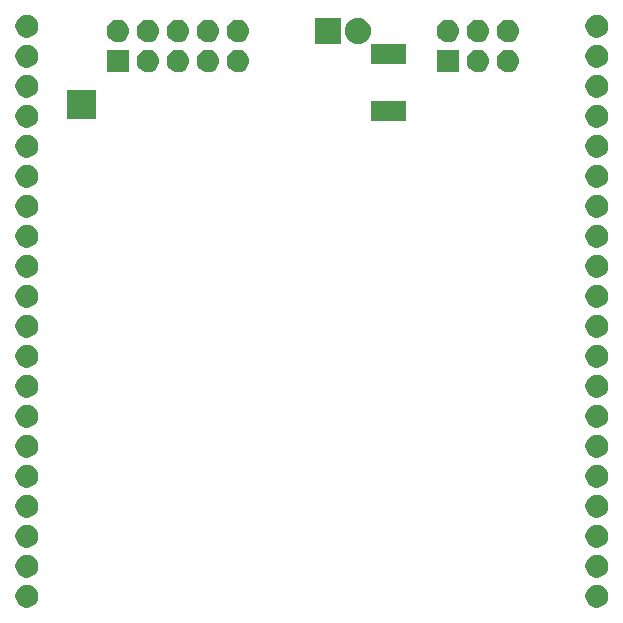
<source format=gbs>
G04 #@! TF.FileFunction,Soldermask,Bot*
%FSLAX46Y46*%
G04 Gerber Fmt 4.6, Leading zero omitted, Abs format (unit mm)*
G04 Created by KiCad (PCBNEW 4.0.2-stable) date Mon 10 Oct 2016 06:55:53 PM CEST*
%MOMM*%
G01*
G04 APERTURE LIST*
%ADD10C,0.100000*%
G04 APERTURE END LIST*
D10*
G36*
X124472311Y-128170640D02*
X124657425Y-128208639D01*
X124831628Y-128281867D01*
X124988294Y-128387539D01*
X125121452Y-128521631D01*
X125226029Y-128679030D01*
X125298037Y-128853737D01*
X125334675Y-129038770D01*
X125334675Y-129038780D01*
X125334741Y-129039114D01*
X125331727Y-129254955D01*
X125331651Y-129255289D01*
X125331651Y-129255301D01*
X125289864Y-129439230D01*
X125213001Y-129611866D01*
X125104069Y-129766285D01*
X124967223Y-129896603D01*
X124807670Y-129997858D01*
X124631485Y-130066197D01*
X124445387Y-130099010D01*
X124256456Y-130095053D01*
X124071886Y-130054473D01*
X123898723Y-129978820D01*
X123743549Y-129870971D01*
X123612276Y-129735033D01*
X123509911Y-129576194D01*
X123440345Y-129400492D01*
X123406231Y-129214619D01*
X123408870Y-129025667D01*
X123448158Y-128840828D01*
X123522604Y-128667135D01*
X123629367Y-128511212D01*
X123764384Y-128378993D01*
X123922507Y-128275520D01*
X124097719Y-128204730D01*
X124283340Y-128169321D01*
X124472311Y-128170640D01*
X124472311Y-128170640D01*
G37*
G36*
X172732311Y-128170640D02*
X172917425Y-128208639D01*
X173091628Y-128281867D01*
X173248294Y-128387539D01*
X173381452Y-128521631D01*
X173486029Y-128679030D01*
X173558037Y-128853737D01*
X173594675Y-129038770D01*
X173594675Y-129038780D01*
X173594741Y-129039114D01*
X173591727Y-129254955D01*
X173591651Y-129255289D01*
X173591651Y-129255301D01*
X173549864Y-129439230D01*
X173473001Y-129611866D01*
X173364069Y-129766285D01*
X173227223Y-129896603D01*
X173067670Y-129997858D01*
X172891485Y-130066197D01*
X172705387Y-130099010D01*
X172516456Y-130095053D01*
X172331886Y-130054473D01*
X172158723Y-129978820D01*
X172003549Y-129870971D01*
X171872276Y-129735033D01*
X171769911Y-129576194D01*
X171700345Y-129400492D01*
X171666231Y-129214619D01*
X171668870Y-129025667D01*
X171708158Y-128840828D01*
X171782604Y-128667135D01*
X171889367Y-128511212D01*
X172024384Y-128378993D01*
X172182507Y-128275520D01*
X172357719Y-128204730D01*
X172543340Y-128169321D01*
X172732311Y-128170640D01*
X172732311Y-128170640D01*
G37*
G36*
X124472311Y-125630640D02*
X124657425Y-125668639D01*
X124831628Y-125741867D01*
X124988294Y-125847539D01*
X125121452Y-125981631D01*
X125226029Y-126139030D01*
X125298037Y-126313737D01*
X125334675Y-126498770D01*
X125334675Y-126498780D01*
X125334741Y-126499114D01*
X125331727Y-126714955D01*
X125331651Y-126715289D01*
X125331651Y-126715301D01*
X125289864Y-126899230D01*
X125213001Y-127071866D01*
X125104069Y-127226285D01*
X124967223Y-127356603D01*
X124807670Y-127457858D01*
X124631485Y-127526197D01*
X124445387Y-127559010D01*
X124256456Y-127555053D01*
X124071886Y-127514473D01*
X123898723Y-127438820D01*
X123743549Y-127330971D01*
X123612276Y-127195033D01*
X123509911Y-127036194D01*
X123440345Y-126860492D01*
X123406231Y-126674619D01*
X123408870Y-126485667D01*
X123448158Y-126300828D01*
X123522604Y-126127135D01*
X123629367Y-125971212D01*
X123764384Y-125838993D01*
X123922507Y-125735520D01*
X124097719Y-125664730D01*
X124283340Y-125629321D01*
X124472311Y-125630640D01*
X124472311Y-125630640D01*
G37*
G36*
X172732311Y-125630640D02*
X172917425Y-125668639D01*
X173091628Y-125741867D01*
X173248294Y-125847539D01*
X173381452Y-125981631D01*
X173486029Y-126139030D01*
X173558037Y-126313737D01*
X173594675Y-126498770D01*
X173594675Y-126498780D01*
X173594741Y-126499114D01*
X173591727Y-126714955D01*
X173591651Y-126715289D01*
X173591651Y-126715301D01*
X173549864Y-126899230D01*
X173473001Y-127071866D01*
X173364069Y-127226285D01*
X173227223Y-127356603D01*
X173067670Y-127457858D01*
X172891485Y-127526197D01*
X172705387Y-127559010D01*
X172516456Y-127555053D01*
X172331886Y-127514473D01*
X172158723Y-127438820D01*
X172003549Y-127330971D01*
X171872276Y-127195033D01*
X171769911Y-127036194D01*
X171700345Y-126860492D01*
X171666231Y-126674619D01*
X171668870Y-126485667D01*
X171708158Y-126300828D01*
X171782604Y-126127135D01*
X171889367Y-125971212D01*
X172024384Y-125838993D01*
X172182507Y-125735520D01*
X172357719Y-125664730D01*
X172543340Y-125629321D01*
X172732311Y-125630640D01*
X172732311Y-125630640D01*
G37*
G36*
X172732311Y-123090640D02*
X172917425Y-123128639D01*
X173091628Y-123201867D01*
X173248294Y-123307539D01*
X173381452Y-123441631D01*
X173486029Y-123599030D01*
X173558037Y-123773737D01*
X173594675Y-123958770D01*
X173594675Y-123958780D01*
X173594741Y-123959114D01*
X173591727Y-124174955D01*
X173591651Y-124175289D01*
X173591651Y-124175301D01*
X173549864Y-124359230D01*
X173473001Y-124531866D01*
X173364069Y-124686285D01*
X173227223Y-124816603D01*
X173067670Y-124917858D01*
X172891485Y-124986197D01*
X172705387Y-125019010D01*
X172516456Y-125015053D01*
X172331886Y-124974473D01*
X172158723Y-124898820D01*
X172003549Y-124790971D01*
X171872276Y-124655033D01*
X171769911Y-124496194D01*
X171700345Y-124320492D01*
X171666231Y-124134619D01*
X171668870Y-123945667D01*
X171708158Y-123760828D01*
X171782604Y-123587135D01*
X171889367Y-123431212D01*
X172024384Y-123298993D01*
X172182507Y-123195520D01*
X172357719Y-123124730D01*
X172543340Y-123089321D01*
X172732311Y-123090640D01*
X172732311Y-123090640D01*
G37*
G36*
X124472311Y-123090640D02*
X124657425Y-123128639D01*
X124831628Y-123201867D01*
X124988294Y-123307539D01*
X125121452Y-123441631D01*
X125226029Y-123599030D01*
X125298037Y-123773737D01*
X125334675Y-123958770D01*
X125334675Y-123958780D01*
X125334741Y-123959114D01*
X125331727Y-124174955D01*
X125331651Y-124175289D01*
X125331651Y-124175301D01*
X125289864Y-124359230D01*
X125213001Y-124531866D01*
X125104069Y-124686285D01*
X124967223Y-124816603D01*
X124807670Y-124917858D01*
X124631485Y-124986197D01*
X124445387Y-125019010D01*
X124256456Y-125015053D01*
X124071886Y-124974473D01*
X123898723Y-124898820D01*
X123743549Y-124790971D01*
X123612276Y-124655033D01*
X123509911Y-124496194D01*
X123440345Y-124320492D01*
X123406231Y-124134619D01*
X123408870Y-123945667D01*
X123448158Y-123760828D01*
X123522604Y-123587135D01*
X123629367Y-123431212D01*
X123764384Y-123298993D01*
X123922507Y-123195520D01*
X124097719Y-123124730D01*
X124283340Y-123089321D01*
X124472311Y-123090640D01*
X124472311Y-123090640D01*
G37*
G36*
X172732311Y-120550640D02*
X172917425Y-120588639D01*
X173091628Y-120661867D01*
X173248294Y-120767539D01*
X173381452Y-120901631D01*
X173486029Y-121059030D01*
X173558037Y-121233737D01*
X173594675Y-121418770D01*
X173594675Y-121418780D01*
X173594741Y-121419114D01*
X173591727Y-121634955D01*
X173591651Y-121635289D01*
X173591651Y-121635301D01*
X173549864Y-121819230D01*
X173473001Y-121991866D01*
X173364069Y-122146285D01*
X173227223Y-122276603D01*
X173067670Y-122377858D01*
X172891485Y-122446197D01*
X172705387Y-122479010D01*
X172516456Y-122475053D01*
X172331886Y-122434473D01*
X172158723Y-122358820D01*
X172003549Y-122250971D01*
X171872276Y-122115033D01*
X171769911Y-121956194D01*
X171700345Y-121780492D01*
X171666231Y-121594619D01*
X171668870Y-121405667D01*
X171708158Y-121220828D01*
X171782604Y-121047135D01*
X171889367Y-120891212D01*
X172024384Y-120758993D01*
X172182507Y-120655520D01*
X172357719Y-120584730D01*
X172543340Y-120549321D01*
X172732311Y-120550640D01*
X172732311Y-120550640D01*
G37*
G36*
X124472311Y-120550640D02*
X124657425Y-120588639D01*
X124831628Y-120661867D01*
X124988294Y-120767539D01*
X125121452Y-120901631D01*
X125226029Y-121059030D01*
X125298037Y-121233737D01*
X125334675Y-121418770D01*
X125334675Y-121418780D01*
X125334741Y-121419114D01*
X125331727Y-121634955D01*
X125331651Y-121635289D01*
X125331651Y-121635301D01*
X125289864Y-121819230D01*
X125213001Y-121991866D01*
X125104069Y-122146285D01*
X124967223Y-122276603D01*
X124807670Y-122377858D01*
X124631485Y-122446197D01*
X124445387Y-122479010D01*
X124256456Y-122475053D01*
X124071886Y-122434473D01*
X123898723Y-122358820D01*
X123743549Y-122250971D01*
X123612276Y-122115033D01*
X123509911Y-121956194D01*
X123440345Y-121780492D01*
X123406231Y-121594619D01*
X123408870Y-121405667D01*
X123448158Y-121220828D01*
X123522604Y-121047135D01*
X123629367Y-120891212D01*
X123764384Y-120758993D01*
X123922507Y-120655520D01*
X124097719Y-120584730D01*
X124283340Y-120549321D01*
X124472311Y-120550640D01*
X124472311Y-120550640D01*
G37*
G36*
X172732311Y-118010640D02*
X172917425Y-118048639D01*
X173091628Y-118121867D01*
X173248294Y-118227539D01*
X173381452Y-118361631D01*
X173486029Y-118519030D01*
X173558037Y-118693737D01*
X173594675Y-118878770D01*
X173594675Y-118878780D01*
X173594741Y-118879114D01*
X173591727Y-119094955D01*
X173591651Y-119095289D01*
X173591651Y-119095301D01*
X173549864Y-119279230D01*
X173473001Y-119451866D01*
X173364069Y-119606285D01*
X173227223Y-119736603D01*
X173067670Y-119837858D01*
X172891485Y-119906197D01*
X172705387Y-119939010D01*
X172516456Y-119935053D01*
X172331886Y-119894473D01*
X172158723Y-119818820D01*
X172003549Y-119710971D01*
X171872276Y-119575033D01*
X171769911Y-119416194D01*
X171700345Y-119240492D01*
X171666231Y-119054619D01*
X171668870Y-118865667D01*
X171708158Y-118680828D01*
X171782604Y-118507135D01*
X171889367Y-118351212D01*
X172024384Y-118218993D01*
X172182507Y-118115520D01*
X172357719Y-118044730D01*
X172543340Y-118009321D01*
X172732311Y-118010640D01*
X172732311Y-118010640D01*
G37*
G36*
X124472311Y-118010640D02*
X124657425Y-118048639D01*
X124831628Y-118121867D01*
X124988294Y-118227539D01*
X125121452Y-118361631D01*
X125226029Y-118519030D01*
X125298037Y-118693737D01*
X125334675Y-118878770D01*
X125334675Y-118878780D01*
X125334741Y-118879114D01*
X125331727Y-119094955D01*
X125331651Y-119095289D01*
X125331651Y-119095301D01*
X125289864Y-119279230D01*
X125213001Y-119451866D01*
X125104069Y-119606285D01*
X124967223Y-119736603D01*
X124807670Y-119837858D01*
X124631485Y-119906197D01*
X124445387Y-119939010D01*
X124256456Y-119935053D01*
X124071886Y-119894473D01*
X123898723Y-119818820D01*
X123743549Y-119710971D01*
X123612276Y-119575033D01*
X123509911Y-119416194D01*
X123440345Y-119240492D01*
X123406231Y-119054619D01*
X123408870Y-118865667D01*
X123448158Y-118680828D01*
X123522604Y-118507135D01*
X123629367Y-118351212D01*
X123764384Y-118218993D01*
X123922507Y-118115520D01*
X124097719Y-118044730D01*
X124283340Y-118009321D01*
X124472311Y-118010640D01*
X124472311Y-118010640D01*
G37*
G36*
X172732311Y-115470640D02*
X172917425Y-115508639D01*
X173091628Y-115581867D01*
X173248294Y-115687539D01*
X173381452Y-115821631D01*
X173486029Y-115979030D01*
X173558037Y-116153737D01*
X173594675Y-116338770D01*
X173594675Y-116338780D01*
X173594741Y-116339114D01*
X173591727Y-116554955D01*
X173591651Y-116555289D01*
X173591651Y-116555301D01*
X173549864Y-116739230D01*
X173473001Y-116911866D01*
X173364069Y-117066285D01*
X173227223Y-117196603D01*
X173067670Y-117297858D01*
X172891485Y-117366197D01*
X172705387Y-117399010D01*
X172516456Y-117395053D01*
X172331886Y-117354473D01*
X172158723Y-117278820D01*
X172003549Y-117170971D01*
X171872276Y-117035033D01*
X171769911Y-116876194D01*
X171700345Y-116700492D01*
X171666231Y-116514619D01*
X171668870Y-116325667D01*
X171708158Y-116140828D01*
X171782604Y-115967135D01*
X171889367Y-115811212D01*
X172024384Y-115678993D01*
X172182507Y-115575520D01*
X172357719Y-115504730D01*
X172543340Y-115469321D01*
X172732311Y-115470640D01*
X172732311Y-115470640D01*
G37*
G36*
X124472311Y-115470640D02*
X124657425Y-115508639D01*
X124831628Y-115581867D01*
X124988294Y-115687539D01*
X125121452Y-115821631D01*
X125226029Y-115979030D01*
X125298037Y-116153737D01*
X125334675Y-116338770D01*
X125334675Y-116338780D01*
X125334741Y-116339114D01*
X125331727Y-116554955D01*
X125331651Y-116555289D01*
X125331651Y-116555301D01*
X125289864Y-116739230D01*
X125213001Y-116911866D01*
X125104069Y-117066285D01*
X124967223Y-117196603D01*
X124807670Y-117297858D01*
X124631485Y-117366197D01*
X124445387Y-117399010D01*
X124256456Y-117395053D01*
X124071886Y-117354473D01*
X123898723Y-117278820D01*
X123743549Y-117170971D01*
X123612276Y-117035033D01*
X123509911Y-116876194D01*
X123440345Y-116700492D01*
X123406231Y-116514619D01*
X123408870Y-116325667D01*
X123448158Y-116140828D01*
X123522604Y-115967135D01*
X123629367Y-115811212D01*
X123764384Y-115678993D01*
X123922507Y-115575520D01*
X124097719Y-115504730D01*
X124283340Y-115469321D01*
X124472311Y-115470640D01*
X124472311Y-115470640D01*
G37*
G36*
X172732311Y-112930640D02*
X172917425Y-112968639D01*
X173091628Y-113041867D01*
X173248294Y-113147539D01*
X173381452Y-113281631D01*
X173486029Y-113439030D01*
X173558037Y-113613737D01*
X173594675Y-113798770D01*
X173594675Y-113798780D01*
X173594741Y-113799114D01*
X173591727Y-114014955D01*
X173591651Y-114015289D01*
X173591651Y-114015301D01*
X173549864Y-114199230D01*
X173473001Y-114371866D01*
X173364069Y-114526285D01*
X173227223Y-114656603D01*
X173067670Y-114757858D01*
X172891485Y-114826197D01*
X172705387Y-114859010D01*
X172516456Y-114855053D01*
X172331886Y-114814473D01*
X172158723Y-114738820D01*
X172003549Y-114630971D01*
X171872276Y-114495033D01*
X171769911Y-114336194D01*
X171700345Y-114160492D01*
X171666231Y-113974619D01*
X171668870Y-113785667D01*
X171708158Y-113600828D01*
X171782604Y-113427135D01*
X171889367Y-113271212D01*
X172024384Y-113138993D01*
X172182507Y-113035520D01*
X172357719Y-112964730D01*
X172543340Y-112929321D01*
X172732311Y-112930640D01*
X172732311Y-112930640D01*
G37*
G36*
X124472311Y-112930640D02*
X124657425Y-112968639D01*
X124831628Y-113041867D01*
X124988294Y-113147539D01*
X125121452Y-113281631D01*
X125226029Y-113439030D01*
X125298037Y-113613737D01*
X125334675Y-113798770D01*
X125334675Y-113798780D01*
X125334741Y-113799114D01*
X125331727Y-114014955D01*
X125331651Y-114015289D01*
X125331651Y-114015301D01*
X125289864Y-114199230D01*
X125213001Y-114371866D01*
X125104069Y-114526285D01*
X124967223Y-114656603D01*
X124807670Y-114757858D01*
X124631485Y-114826197D01*
X124445387Y-114859010D01*
X124256456Y-114855053D01*
X124071886Y-114814473D01*
X123898723Y-114738820D01*
X123743549Y-114630971D01*
X123612276Y-114495033D01*
X123509911Y-114336194D01*
X123440345Y-114160492D01*
X123406231Y-113974619D01*
X123408870Y-113785667D01*
X123448158Y-113600828D01*
X123522604Y-113427135D01*
X123629367Y-113271212D01*
X123764384Y-113138993D01*
X123922507Y-113035520D01*
X124097719Y-112964730D01*
X124283340Y-112929321D01*
X124472311Y-112930640D01*
X124472311Y-112930640D01*
G37*
G36*
X172732311Y-110390640D02*
X172917425Y-110428639D01*
X173091628Y-110501867D01*
X173248294Y-110607539D01*
X173381452Y-110741631D01*
X173486029Y-110899030D01*
X173558037Y-111073737D01*
X173594675Y-111258770D01*
X173594675Y-111258780D01*
X173594741Y-111259114D01*
X173591727Y-111474955D01*
X173591651Y-111475289D01*
X173591651Y-111475301D01*
X173549864Y-111659230D01*
X173473001Y-111831866D01*
X173364069Y-111986285D01*
X173227223Y-112116603D01*
X173067670Y-112217858D01*
X172891485Y-112286197D01*
X172705387Y-112319010D01*
X172516456Y-112315053D01*
X172331886Y-112274473D01*
X172158723Y-112198820D01*
X172003549Y-112090971D01*
X171872276Y-111955033D01*
X171769911Y-111796194D01*
X171700345Y-111620492D01*
X171666231Y-111434619D01*
X171668870Y-111245667D01*
X171708158Y-111060828D01*
X171782604Y-110887135D01*
X171889367Y-110731212D01*
X172024384Y-110598993D01*
X172182507Y-110495520D01*
X172357719Y-110424730D01*
X172543340Y-110389321D01*
X172732311Y-110390640D01*
X172732311Y-110390640D01*
G37*
G36*
X124472311Y-110390640D02*
X124657425Y-110428639D01*
X124831628Y-110501867D01*
X124988294Y-110607539D01*
X125121452Y-110741631D01*
X125226029Y-110899030D01*
X125298037Y-111073737D01*
X125334675Y-111258770D01*
X125334675Y-111258780D01*
X125334741Y-111259114D01*
X125331727Y-111474955D01*
X125331651Y-111475289D01*
X125331651Y-111475301D01*
X125289864Y-111659230D01*
X125213001Y-111831866D01*
X125104069Y-111986285D01*
X124967223Y-112116603D01*
X124807670Y-112217858D01*
X124631485Y-112286197D01*
X124445387Y-112319010D01*
X124256456Y-112315053D01*
X124071886Y-112274473D01*
X123898723Y-112198820D01*
X123743549Y-112090971D01*
X123612276Y-111955033D01*
X123509911Y-111796194D01*
X123440345Y-111620492D01*
X123406231Y-111434619D01*
X123408870Y-111245667D01*
X123448158Y-111060828D01*
X123522604Y-110887135D01*
X123629367Y-110731212D01*
X123764384Y-110598993D01*
X123922507Y-110495520D01*
X124097719Y-110424730D01*
X124283340Y-110389321D01*
X124472311Y-110390640D01*
X124472311Y-110390640D01*
G37*
G36*
X172732311Y-107850640D02*
X172917425Y-107888639D01*
X173091628Y-107961867D01*
X173248294Y-108067539D01*
X173381452Y-108201631D01*
X173486029Y-108359030D01*
X173558037Y-108533737D01*
X173594675Y-108718770D01*
X173594675Y-108718780D01*
X173594741Y-108719114D01*
X173591727Y-108934955D01*
X173591651Y-108935289D01*
X173591651Y-108935301D01*
X173549864Y-109119230D01*
X173473001Y-109291866D01*
X173364069Y-109446285D01*
X173227223Y-109576603D01*
X173067670Y-109677858D01*
X172891485Y-109746197D01*
X172705387Y-109779010D01*
X172516456Y-109775053D01*
X172331886Y-109734473D01*
X172158723Y-109658820D01*
X172003549Y-109550971D01*
X171872276Y-109415033D01*
X171769911Y-109256194D01*
X171700345Y-109080492D01*
X171666231Y-108894619D01*
X171668870Y-108705667D01*
X171708158Y-108520828D01*
X171782604Y-108347135D01*
X171889367Y-108191212D01*
X172024384Y-108058993D01*
X172182507Y-107955520D01*
X172357719Y-107884730D01*
X172543340Y-107849321D01*
X172732311Y-107850640D01*
X172732311Y-107850640D01*
G37*
G36*
X124472311Y-107850640D02*
X124657425Y-107888639D01*
X124831628Y-107961867D01*
X124988294Y-108067539D01*
X125121452Y-108201631D01*
X125226029Y-108359030D01*
X125298037Y-108533737D01*
X125334675Y-108718770D01*
X125334675Y-108718780D01*
X125334741Y-108719114D01*
X125331727Y-108934955D01*
X125331651Y-108935289D01*
X125331651Y-108935301D01*
X125289864Y-109119230D01*
X125213001Y-109291866D01*
X125104069Y-109446285D01*
X124967223Y-109576603D01*
X124807670Y-109677858D01*
X124631485Y-109746197D01*
X124445387Y-109779010D01*
X124256456Y-109775053D01*
X124071886Y-109734473D01*
X123898723Y-109658820D01*
X123743549Y-109550971D01*
X123612276Y-109415033D01*
X123509911Y-109256194D01*
X123440345Y-109080492D01*
X123406231Y-108894619D01*
X123408870Y-108705667D01*
X123448158Y-108520828D01*
X123522604Y-108347135D01*
X123629367Y-108191212D01*
X123764384Y-108058993D01*
X123922507Y-107955520D01*
X124097719Y-107884730D01*
X124283340Y-107849321D01*
X124472311Y-107850640D01*
X124472311Y-107850640D01*
G37*
G36*
X172732311Y-105310640D02*
X172917425Y-105348639D01*
X173091628Y-105421867D01*
X173248294Y-105527539D01*
X173381452Y-105661631D01*
X173486029Y-105819030D01*
X173558037Y-105993737D01*
X173594675Y-106178770D01*
X173594675Y-106178780D01*
X173594741Y-106179114D01*
X173591727Y-106394955D01*
X173591651Y-106395289D01*
X173591651Y-106395301D01*
X173549864Y-106579230D01*
X173473001Y-106751866D01*
X173364069Y-106906285D01*
X173227223Y-107036603D01*
X173067670Y-107137858D01*
X172891485Y-107206197D01*
X172705387Y-107239010D01*
X172516456Y-107235053D01*
X172331886Y-107194473D01*
X172158723Y-107118820D01*
X172003549Y-107010971D01*
X171872276Y-106875033D01*
X171769911Y-106716194D01*
X171700345Y-106540492D01*
X171666231Y-106354619D01*
X171668870Y-106165667D01*
X171708158Y-105980828D01*
X171782604Y-105807135D01*
X171889367Y-105651212D01*
X172024384Y-105518993D01*
X172182507Y-105415520D01*
X172357719Y-105344730D01*
X172543340Y-105309321D01*
X172732311Y-105310640D01*
X172732311Y-105310640D01*
G37*
G36*
X124472311Y-105310640D02*
X124657425Y-105348639D01*
X124831628Y-105421867D01*
X124988294Y-105527539D01*
X125121452Y-105661631D01*
X125226029Y-105819030D01*
X125298037Y-105993737D01*
X125334675Y-106178770D01*
X125334675Y-106178780D01*
X125334741Y-106179114D01*
X125331727Y-106394955D01*
X125331651Y-106395289D01*
X125331651Y-106395301D01*
X125289864Y-106579230D01*
X125213001Y-106751866D01*
X125104069Y-106906285D01*
X124967223Y-107036603D01*
X124807670Y-107137858D01*
X124631485Y-107206197D01*
X124445387Y-107239010D01*
X124256456Y-107235053D01*
X124071886Y-107194473D01*
X123898723Y-107118820D01*
X123743549Y-107010971D01*
X123612276Y-106875033D01*
X123509911Y-106716194D01*
X123440345Y-106540492D01*
X123406231Y-106354619D01*
X123408870Y-106165667D01*
X123448158Y-105980828D01*
X123522604Y-105807135D01*
X123629367Y-105651212D01*
X123764384Y-105518993D01*
X123922507Y-105415520D01*
X124097719Y-105344730D01*
X124283340Y-105309321D01*
X124472311Y-105310640D01*
X124472311Y-105310640D01*
G37*
G36*
X172732311Y-102770640D02*
X172917425Y-102808639D01*
X173091628Y-102881867D01*
X173248294Y-102987539D01*
X173381452Y-103121631D01*
X173486029Y-103279030D01*
X173558037Y-103453737D01*
X173594675Y-103638770D01*
X173594675Y-103638780D01*
X173594741Y-103639114D01*
X173591727Y-103854955D01*
X173591651Y-103855289D01*
X173591651Y-103855301D01*
X173549864Y-104039230D01*
X173473001Y-104211866D01*
X173364069Y-104366285D01*
X173227223Y-104496603D01*
X173067670Y-104597858D01*
X172891485Y-104666197D01*
X172705387Y-104699010D01*
X172516456Y-104695053D01*
X172331886Y-104654473D01*
X172158723Y-104578820D01*
X172003549Y-104470971D01*
X171872276Y-104335033D01*
X171769911Y-104176194D01*
X171700345Y-104000492D01*
X171666231Y-103814619D01*
X171668870Y-103625667D01*
X171708158Y-103440828D01*
X171782604Y-103267135D01*
X171889367Y-103111212D01*
X172024384Y-102978993D01*
X172182507Y-102875520D01*
X172357719Y-102804730D01*
X172543340Y-102769321D01*
X172732311Y-102770640D01*
X172732311Y-102770640D01*
G37*
G36*
X124472311Y-102770640D02*
X124657425Y-102808639D01*
X124831628Y-102881867D01*
X124988294Y-102987539D01*
X125121452Y-103121631D01*
X125226029Y-103279030D01*
X125298037Y-103453737D01*
X125334675Y-103638770D01*
X125334675Y-103638780D01*
X125334741Y-103639114D01*
X125331727Y-103854955D01*
X125331651Y-103855289D01*
X125331651Y-103855301D01*
X125289864Y-104039230D01*
X125213001Y-104211866D01*
X125104069Y-104366285D01*
X124967223Y-104496603D01*
X124807670Y-104597858D01*
X124631485Y-104666197D01*
X124445387Y-104699010D01*
X124256456Y-104695053D01*
X124071886Y-104654473D01*
X123898723Y-104578820D01*
X123743549Y-104470971D01*
X123612276Y-104335033D01*
X123509911Y-104176194D01*
X123440345Y-104000492D01*
X123406231Y-103814619D01*
X123408870Y-103625667D01*
X123448158Y-103440828D01*
X123522604Y-103267135D01*
X123629367Y-103111212D01*
X123764384Y-102978993D01*
X123922507Y-102875520D01*
X124097719Y-102804730D01*
X124283340Y-102769321D01*
X124472311Y-102770640D01*
X124472311Y-102770640D01*
G37*
G36*
X172732311Y-100230640D02*
X172917425Y-100268639D01*
X173091628Y-100341867D01*
X173248294Y-100447539D01*
X173381452Y-100581631D01*
X173486029Y-100739030D01*
X173558037Y-100913737D01*
X173594675Y-101098770D01*
X173594675Y-101098780D01*
X173594741Y-101099114D01*
X173591727Y-101314955D01*
X173591651Y-101315289D01*
X173591651Y-101315301D01*
X173549864Y-101499230D01*
X173473001Y-101671866D01*
X173364069Y-101826285D01*
X173227223Y-101956603D01*
X173067670Y-102057858D01*
X172891485Y-102126197D01*
X172705387Y-102159010D01*
X172516456Y-102155053D01*
X172331886Y-102114473D01*
X172158723Y-102038820D01*
X172003549Y-101930971D01*
X171872276Y-101795033D01*
X171769911Y-101636194D01*
X171700345Y-101460492D01*
X171666231Y-101274619D01*
X171668870Y-101085667D01*
X171708158Y-100900828D01*
X171782604Y-100727135D01*
X171889367Y-100571212D01*
X172024384Y-100438993D01*
X172182507Y-100335520D01*
X172357719Y-100264730D01*
X172543340Y-100229321D01*
X172732311Y-100230640D01*
X172732311Y-100230640D01*
G37*
G36*
X124472311Y-100230640D02*
X124657425Y-100268639D01*
X124831628Y-100341867D01*
X124988294Y-100447539D01*
X125121452Y-100581631D01*
X125226029Y-100739030D01*
X125298037Y-100913737D01*
X125334675Y-101098770D01*
X125334675Y-101098780D01*
X125334741Y-101099114D01*
X125331727Y-101314955D01*
X125331651Y-101315289D01*
X125331651Y-101315301D01*
X125289864Y-101499230D01*
X125213001Y-101671866D01*
X125104069Y-101826285D01*
X124967223Y-101956603D01*
X124807670Y-102057858D01*
X124631485Y-102126197D01*
X124445387Y-102159010D01*
X124256456Y-102155053D01*
X124071886Y-102114473D01*
X123898723Y-102038820D01*
X123743549Y-101930971D01*
X123612276Y-101795033D01*
X123509911Y-101636194D01*
X123440345Y-101460492D01*
X123406231Y-101274619D01*
X123408870Y-101085667D01*
X123448158Y-100900828D01*
X123522604Y-100727135D01*
X123629367Y-100571212D01*
X123764384Y-100438993D01*
X123922507Y-100335520D01*
X124097719Y-100264730D01*
X124283340Y-100229321D01*
X124472311Y-100230640D01*
X124472311Y-100230640D01*
G37*
G36*
X172732311Y-97690640D02*
X172917425Y-97728639D01*
X173091628Y-97801867D01*
X173248294Y-97907539D01*
X173381452Y-98041631D01*
X173486029Y-98199030D01*
X173558037Y-98373737D01*
X173594675Y-98558770D01*
X173594675Y-98558780D01*
X173594741Y-98559114D01*
X173591727Y-98774955D01*
X173591651Y-98775289D01*
X173591651Y-98775301D01*
X173549864Y-98959230D01*
X173473001Y-99131866D01*
X173364069Y-99286285D01*
X173227223Y-99416603D01*
X173067670Y-99517858D01*
X172891485Y-99586197D01*
X172705387Y-99619010D01*
X172516456Y-99615053D01*
X172331886Y-99574473D01*
X172158723Y-99498820D01*
X172003549Y-99390971D01*
X171872276Y-99255033D01*
X171769911Y-99096194D01*
X171700345Y-98920492D01*
X171666231Y-98734619D01*
X171668870Y-98545667D01*
X171708158Y-98360828D01*
X171782604Y-98187135D01*
X171889367Y-98031212D01*
X172024384Y-97898993D01*
X172182507Y-97795520D01*
X172357719Y-97724730D01*
X172543340Y-97689321D01*
X172732311Y-97690640D01*
X172732311Y-97690640D01*
G37*
G36*
X124472311Y-97690640D02*
X124657425Y-97728639D01*
X124831628Y-97801867D01*
X124988294Y-97907539D01*
X125121452Y-98041631D01*
X125226029Y-98199030D01*
X125298037Y-98373737D01*
X125334675Y-98558770D01*
X125334675Y-98558780D01*
X125334741Y-98559114D01*
X125331727Y-98774955D01*
X125331651Y-98775289D01*
X125331651Y-98775301D01*
X125289864Y-98959230D01*
X125213001Y-99131866D01*
X125104069Y-99286285D01*
X124967223Y-99416603D01*
X124807670Y-99517858D01*
X124631485Y-99586197D01*
X124445387Y-99619010D01*
X124256456Y-99615053D01*
X124071886Y-99574473D01*
X123898723Y-99498820D01*
X123743549Y-99390971D01*
X123612276Y-99255033D01*
X123509911Y-99096194D01*
X123440345Y-98920492D01*
X123406231Y-98734619D01*
X123408870Y-98545667D01*
X123448158Y-98360828D01*
X123522604Y-98187135D01*
X123629367Y-98031212D01*
X123764384Y-97898993D01*
X123922507Y-97795520D01*
X124097719Y-97724730D01*
X124283340Y-97689321D01*
X124472311Y-97690640D01*
X124472311Y-97690640D01*
G37*
G36*
X172732311Y-95150640D02*
X172917425Y-95188639D01*
X173091628Y-95261867D01*
X173248294Y-95367539D01*
X173381452Y-95501631D01*
X173486029Y-95659030D01*
X173558037Y-95833737D01*
X173594675Y-96018770D01*
X173594675Y-96018780D01*
X173594741Y-96019114D01*
X173591727Y-96234955D01*
X173591651Y-96235289D01*
X173591651Y-96235301D01*
X173549864Y-96419230D01*
X173473001Y-96591866D01*
X173364069Y-96746285D01*
X173227223Y-96876603D01*
X173067670Y-96977858D01*
X172891485Y-97046197D01*
X172705387Y-97079010D01*
X172516456Y-97075053D01*
X172331886Y-97034473D01*
X172158723Y-96958820D01*
X172003549Y-96850971D01*
X171872276Y-96715033D01*
X171769911Y-96556194D01*
X171700345Y-96380492D01*
X171666231Y-96194619D01*
X171668870Y-96005667D01*
X171708158Y-95820828D01*
X171782604Y-95647135D01*
X171889367Y-95491212D01*
X172024384Y-95358993D01*
X172182507Y-95255520D01*
X172357719Y-95184730D01*
X172543340Y-95149321D01*
X172732311Y-95150640D01*
X172732311Y-95150640D01*
G37*
G36*
X124472311Y-95150640D02*
X124657425Y-95188639D01*
X124831628Y-95261867D01*
X124988294Y-95367539D01*
X125121452Y-95501631D01*
X125226029Y-95659030D01*
X125298037Y-95833737D01*
X125334675Y-96018770D01*
X125334675Y-96018780D01*
X125334741Y-96019114D01*
X125331727Y-96234955D01*
X125331651Y-96235289D01*
X125331651Y-96235301D01*
X125289864Y-96419230D01*
X125213001Y-96591866D01*
X125104069Y-96746285D01*
X124967223Y-96876603D01*
X124807670Y-96977858D01*
X124631485Y-97046197D01*
X124445387Y-97079010D01*
X124256456Y-97075053D01*
X124071886Y-97034473D01*
X123898723Y-96958820D01*
X123743549Y-96850971D01*
X123612276Y-96715033D01*
X123509911Y-96556194D01*
X123440345Y-96380492D01*
X123406231Y-96194619D01*
X123408870Y-96005667D01*
X123448158Y-95820828D01*
X123522604Y-95647135D01*
X123629367Y-95491212D01*
X123764384Y-95358993D01*
X123922507Y-95255520D01*
X124097719Y-95184730D01*
X124283340Y-95149321D01*
X124472311Y-95150640D01*
X124472311Y-95150640D01*
G37*
G36*
X172732311Y-92610640D02*
X172917425Y-92648639D01*
X173091628Y-92721867D01*
X173248294Y-92827539D01*
X173381452Y-92961631D01*
X173486029Y-93119030D01*
X173558037Y-93293737D01*
X173594675Y-93478770D01*
X173594675Y-93478780D01*
X173594741Y-93479114D01*
X173591727Y-93694955D01*
X173591651Y-93695289D01*
X173591651Y-93695301D01*
X173549864Y-93879230D01*
X173473001Y-94051866D01*
X173364069Y-94206285D01*
X173227223Y-94336603D01*
X173067670Y-94437858D01*
X172891485Y-94506197D01*
X172705387Y-94539010D01*
X172516456Y-94535053D01*
X172331886Y-94494473D01*
X172158723Y-94418820D01*
X172003549Y-94310971D01*
X171872276Y-94175033D01*
X171769911Y-94016194D01*
X171700345Y-93840492D01*
X171666231Y-93654619D01*
X171668870Y-93465667D01*
X171708158Y-93280828D01*
X171782604Y-93107135D01*
X171889367Y-92951212D01*
X172024384Y-92818993D01*
X172182507Y-92715520D01*
X172357719Y-92644730D01*
X172543340Y-92609321D01*
X172732311Y-92610640D01*
X172732311Y-92610640D01*
G37*
G36*
X124472311Y-92610640D02*
X124657425Y-92648639D01*
X124831628Y-92721867D01*
X124988294Y-92827539D01*
X125121452Y-92961631D01*
X125226029Y-93119030D01*
X125298037Y-93293737D01*
X125334675Y-93478770D01*
X125334675Y-93478780D01*
X125334741Y-93479114D01*
X125331727Y-93694955D01*
X125331651Y-93695289D01*
X125331651Y-93695301D01*
X125289864Y-93879230D01*
X125213001Y-94051866D01*
X125104069Y-94206285D01*
X124967223Y-94336603D01*
X124807670Y-94437858D01*
X124631485Y-94506197D01*
X124445387Y-94539010D01*
X124256456Y-94535053D01*
X124071886Y-94494473D01*
X123898723Y-94418820D01*
X123743549Y-94310971D01*
X123612276Y-94175033D01*
X123509911Y-94016194D01*
X123440345Y-93840492D01*
X123406231Y-93654619D01*
X123408870Y-93465667D01*
X123448158Y-93280828D01*
X123522604Y-93107135D01*
X123629367Y-92951212D01*
X123764384Y-92818993D01*
X123922507Y-92715520D01*
X124097719Y-92644730D01*
X124283340Y-92609321D01*
X124472311Y-92610640D01*
X124472311Y-92610640D01*
G37*
G36*
X172732311Y-90070640D02*
X172917425Y-90108639D01*
X173091628Y-90181867D01*
X173248294Y-90287539D01*
X173381452Y-90421631D01*
X173486029Y-90579030D01*
X173558037Y-90753737D01*
X173594675Y-90938770D01*
X173594675Y-90938780D01*
X173594741Y-90939114D01*
X173591727Y-91154955D01*
X173591651Y-91155289D01*
X173591651Y-91155301D01*
X173549864Y-91339230D01*
X173473001Y-91511866D01*
X173364069Y-91666285D01*
X173227223Y-91796603D01*
X173067670Y-91897858D01*
X172891485Y-91966197D01*
X172705387Y-91999010D01*
X172516456Y-91995053D01*
X172331886Y-91954473D01*
X172158723Y-91878820D01*
X172003549Y-91770971D01*
X171872276Y-91635033D01*
X171769911Y-91476194D01*
X171700345Y-91300492D01*
X171666231Y-91114619D01*
X171668870Y-90925667D01*
X171708158Y-90740828D01*
X171782604Y-90567135D01*
X171889367Y-90411212D01*
X172024384Y-90278993D01*
X172182507Y-90175520D01*
X172357719Y-90104730D01*
X172543340Y-90069321D01*
X172732311Y-90070640D01*
X172732311Y-90070640D01*
G37*
G36*
X124472311Y-90070640D02*
X124657425Y-90108639D01*
X124831628Y-90181867D01*
X124988294Y-90287539D01*
X125121452Y-90421631D01*
X125226029Y-90579030D01*
X125298037Y-90753737D01*
X125334675Y-90938770D01*
X125334675Y-90938780D01*
X125334741Y-90939114D01*
X125331727Y-91154955D01*
X125331651Y-91155289D01*
X125331651Y-91155301D01*
X125289864Y-91339230D01*
X125213001Y-91511866D01*
X125104069Y-91666285D01*
X124967223Y-91796603D01*
X124807670Y-91897858D01*
X124631485Y-91966197D01*
X124445387Y-91999010D01*
X124256456Y-91995053D01*
X124071886Y-91954473D01*
X123898723Y-91878820D01*
X123743549Y-91770971D01*
X123612276Y-91635033D01*
X123509911Y-91476194D01*
X123440345Y-91300492D01*
X123406231Y-91114619D01*
X123408870Y-90925667D01*
X123448158Y-90740828D01*
X123522604Y-90567135D01*
X123629367Y-90411212D01*
X123764384Y-90278993D01*
X123922507Y-90175520D01*
X124097719Y-90104730D01*
X124283340Y-90069321D01*
X124472311Y-90070640D01*
X124472311Y-90070640D01*
G37*
G36*
X124472311Y-87530640D02*
X124657425Y-87568639D01*
X124831628Y-87641867D01*
X124988294Y-87747539D01*
X125121452Y-87881631D01*
X125226029Y-88039030D01*
X125298037Y-88213737D01*
X125334675Y-88398770D01*
X125334675Y-88398780D01*
X125334741Y-88399114D01*
X125331727Y-88614955D01*
X125331651Y-88615289D01*
X125331651Y-88615301D01*
X125289864Y-88799230D01*
X125213001Y-88971866D01*
X125104069Y-89126285D01*
X124967223Y-89256603D01*
X124807670Y-89357858D01*
X124631485Y-89426197D01*
X124445387Y-89459010D01*
X124256456Y-89455053D01*
X124071886Y-89414473D01*
X123898723Y-89338820D01*
X123743549Y-89230971D01*
X123612276Y-89095033D01*
X123509911Y-88936194D01*
X123440345Y-88760492D01*
X123406231Y-88574619D01*
X123408870Y-88385667D01*
X123448158Y-88200828D01*
X123522604Y-88027135D01*
X123629367Y-87871212D01*
X123764384Y-87738993D01*
X123922507Y-87635520D01*
X124097719Y-87564730D01*
X124283340Y-87529321D01*
X124472311Y-87530640D01*
X124472311Y-87530640D01*
G37*
G36*
X172732311Y-87530640D02*
X172917425Y-87568639D01*
X173091628Y-87641867D01*
X173248294Y-87747539D01*
X173381452Y-87881631D01*
X173486029Y-88039030D01*
X173558037Y-88213737D01*
X173594675Y-88398770D01*
X173594675Y-88398780D01*
X173594741Y-88399114D01*
X173591727Y-88614955D01*
X173591651Y-88615289D01*
X173591651Y-88615301D01*
X173549864Y-88799230D01*
X173473001Y-88971866D01*
X173364069Y-89126285D01*
X173227223Y-89256603D01*
X173067670Y-89357858D01*
X172891485Y-89426197D01*
X172705387Y-89459010D01*
X172516456Y-89455053D01*
X172331886Y-89414473D01*
X172158723Y-89338820D01*
X172003549Y-89230971D01*
X171872276Y-89095033D01*
X171769911Y-88936194D01*
X171700345Y-88760492D01*
X171666231Y-88574619D01*
X171668870Y-88385667D01*
X171708158Y-88200828D01*
X171782604Y-88027135D01*
X171889367Y-87871212D01*
X172024384Y-87738993D01*
X172182507Y-87635520D01*
X172357719Y-87564730D01*
X172543340Y-87529321D01*
X172732311Y-87530640D01*
X172732311Y-87530640D01*
G37*
G36*
X156450010Y-88901170D02*
X153549990Y-88901170D01*
X153549990Y-87200030D01*
X156450010Y-87200030D01*
X156450010Y-88901170D01*
X156450010Y-88901170D01*
G37*
G36*
X130217600Y-88717600D02*
X127782400Y-88717600D01*
X127782400Y-86282400D01*
X130217600Y-86282400D01*
X130217600Y-88717600D01*
X130217600Y-88717600D01*
G37*
G36*
X124472311Y-84990640D02*
X124657425Y-85028639D01*
X124831628Y-85101867D01*
X124988294Y-85207539D01*
X125121452Y-85341631D01*
X125226029Y-85499030D01*
X125298037Y-85673737D01*
X125334675Y-85858770D01*
X125334675Y-85858780D01*
X125334741Y-85859114D01*
X125331727Y-86074955D01*
X125331651Y-86075289D01*
X125331651Y-86075301D01*
X125289864Y-86259230D01*
X125213001Y-86431866D01*
X125104069Y-86586285D01*
X124967223Y-86716603D01*
X124807670Y-86817858D01*
X124631485Y-86886197D01*
X124445387Y-86919010D01*
X124256456Y-86915053D01*
X124071886Y-86874473D01*
X123898723Y-86798820D01*
X123743549Y-86690971D01*
X123612276Y-86555033D01*
X123509911Y-86396194D01*
X123440345Y-86220492D01*
X123406231Y-86034619D01*
X123408870Y-85845667D01*
X123448158Y-85660828D01*
X123522604Y-85487135D01*
X123629367Y-85331212D01*
X123764384Y-85198993D01*
X123922507Y-85095520D01*
X124097719Y-85024730D01*
X124283340Y-84989321D01*
X124472311Y-84990640D01*
X124472311Y-84990640D01*
G37*
G36*
X172732311Y-84990640D02*
X172917425Y-85028639D01*
X173091628Y-85101867D01*
X173248294Y-85207539D01*
X173381452Y-85341631D01*
X173486029Y-85499030D01*
X173558037Y-85673737D01*
X173594675Y-85858770D01*
X173594675Y-85858780D01*
X173594741Y-85859114D01*
X173591727Y-86074955D01*
X173591651Y-86075289D01*
X173591651Y-86075301D01*
X173549864Y-86259230D01*
X173473001Y-86431866D01*
X173364069Y-86586285D01*
X173227223Y-86716603D01*
X173067670Y-86817858D01*
X172891485Y-86886197D01*
X172705387Y-86919010D01*
X172516456Y-86915053D01*
X172331886Y-86874473D01*
X172158723Y-86798820D01*
X172003549Y-86690971D01*
X171872276Y-86555033D01*
X171769911Y-86396194D01*
X171700345Y-86220492D01*
X171666231Y-86034619D01*
X171668870Y-85845667D01*
X171708158Y-85660828D01*
X171782604Y-85487135D01*
X171889367Y-85331212D01*
X172024384Y-85198993D01*
X172182507Y-85095520D01*
X172357719Y-85024730D01*
X172543340Y-84989321D01*
X172732311Y-84990640D01*
X172732311Y-84990640D01*
G37*
G36*
X134813710Y-82871412D02*
X134813719Y-82871415D01*
X134813759Y-82871419D01*
X134993410Y-82927031D01*
X135158838Y-83016477D01*
X135303742Y-83136352D01*
X135422603Y-83282090D01*
X135510893Y-83448139D01*
X135565248Y-83628174D01*
X135583600Y-83815338D01*
X135583600Y-83824662D01*
X135583506Y-83838116D01*
X135562543Y-84025006D01*
X135505679Y-84204264D01*
X135415079Y-84369064D01*
X135294196Y-84513128D01*
X135147632Y-84630968D01*
X134980971Y-84718096D01*
X134800561Y-84771194D01*
X134800522Y-84771198D01*
X134800514Y-84771200D01*
X134613275Y-84788241D01*
X134426290Y-84768588D01*
X134426281Y-84768585D01*
X134426241Y-84768581D01*
X134246590Y-84712969D01*
X134081162Y-84623523D01*
X133936258Y-84503648D01*
X133817397Y-84357910D01*
X133729107Y-84191861D01*
X133674752Y-84011826D01*
X133656400Y-83824662D01*
X133656400Y-83815338D01*
X133656494Y-83801884D01*
X133677457Y-83614994D01*
X133734321Y-83435736D01*
X133824921Y-83270936D01*
X133945804Y-83126872D01*
X134092368Y-83009032D01*
X134259029Y-82921904D01*
X134439439Y-82868806D01*
X134439478Y-82868802D01*
X134439486Y-82868800D01*
X134626725Y-82851759D01*
X134813710Y-82871412D01*
X134813710Y-82871412D01*
G37*
G36*
X137353710Y-82871412D02*
X137353719Y-82871415D01*
X137353759Y-82871419D01*
X137533410Y-82927031D01*
X137698838Y-83016477D01*
X137843742Y-83136352D01*
X137962603Y-83282090D01*
X138050893Y-83448139D01*
X138105248Y-83628174D01*
X138123600Y-83815338D01*
X138123600Y-83824662D01*
X138123506Y-83838116D01*
X138102543Y-84025006D01*
X138045679Y-84204264D01*
X137955079Y-84369064D01*
X137834196Y-84513128D01*
X137687632Y-84630968D01*
X137520971Y-84718096D01*
X137340561Y-84771194D01*
X137340522Y-84771198D01*
X137340514Y-84771200D01*
X137153275Y-84788241D01*
X136966290Y-84768588D01*
X136966281Y-84768585D01*
X136966241Y-84768581D01*
X136786590Y-84712969D01*
X136621162Y-84623523D01*
X136476258Y-84503648D01*
X136357397Y-84357910D01*
X136269107Y-84191861D01*
X136214752Y-84011826D01*
X136196400Y-83824662D01*
X136196400Y-83815338D01*
X136196494Y-83801884D01*
X136217457Y-83614994D01*
X136274321Y-83435736D01*
X136364921Y-83270936D01*
X136485804Y-83126872D01*
X136632368Y-83009032D01*
X136799029Y-82921904D01*
X136979439Y-82868806D01*
X136979478Y-82868802D01*
X136979486Y-82868800D01*
X137166725Y-82851759D01*
X137353710Y-82871412D01*
X137353710Y-82871412D01*
G37*
G36*
X139893710Y-82871412D02*
X139893719Y-82871415D01*
X139893759Y-82871419D01*
X140073410Y-82927031D01*
X140238838Y-83016477D01*
X140383742Y-83136352D01*
X140502603Y-83282090D01*
X140590893Y-83448139D01*
X140645248Y-83628174D01*
X140663600Y-83815338D01*
X140663600Y-83824662D01*
X140663506Y-83838116D01*
X140642543Y-84025006D01*
X140585679Y-84204264D01*
X140495079Y-84369064D01*
X140374196Y-84513128D01*
X140227632Y-84630968D01*
X140060971Y-84718096D01*
X139880561Y-84771194D01*
X139880522Y-84771198D01*
X139880514Y-84771200D01*
X139693275Y-84788241D01*
X139506290Y-84768588D01*
X139506281Y-84768585D01*
X139506241Y-84768581D01*
X139326590Y-84712969D01*
X139161162Y-84623523D01*
X139016258Y-84503648D01*
X138897397Y-84357910D01*
X138809107Y-84191861D01*
X138754752Y-84011826D01*
X138736400Y-83824662D01*
X138736400Y-83815338D01*
X138736494Y-83801884D01*
X138757457Y-83614994D01*
X138814321Y-83435736D01*
X138904921Y-83270936D01*
X139025804Y-83126872D01*
X139172368Y-83009032D01*
X139339029Y-82921904D01*
X139519439Y-82868806D01*
X139519478Y-82868802D01*
X139519486Y-82868800D01*
X139706725Y-82851759D01*
X139893710Y-82871412D01*
X139893710Y-82871412D01*
G37*
G36*
X142433710Y-82871412D02*
X142433719Y-82871415D01*
X142433759Y-82871419D01*
X142613410Y-82927031D01*
X142778838Y-83016477D01*
X142923742Y-83136352D01*
X143042603Y-83282090D01*
X143130893Y-83448139D01*
X143185248Y-83628174D01*
X143203600Y-83815338D01*
X143203600Y-83824662D01*
X143203506Y-83838116D01*
X143182543Y-84025006D01*
X143125679Y-84204264D01*
X143035079Y-84369064D01*
X142914196Y-84513128D01*
X142767632Y-84630968D01*
X142600971Y-84718096D01*
X142420561Y-84771194D01*
X142420522Y-84771198D01*
X142420514Y-84771200D01*
X142233275Y-84788241D01*
X142046290Y-84768588D01*
X142046281Y-84768585D01*
X142046241Y-84768581D01*
X141866590Y-84712969D01*
X141701162Y-84623523D01*
X141556258Y-84503648D01*
X141437397Y-84357910D01*
X141349107Y-84191861D01*
X141294752Y-84011826D01*
X141276400Y-83824662D01*
X141276400Y-83815338D01*
X141276494Y-83801884D01*
X141297457Y-83614994D01*
X141354321Y-83435736D01*
X141444921Y-83270936D01*
X141565804Y-83126872D01*
X141712368Y-83009032D01*
X141879029Y-82921904D01*
X142059439Y-82868806D01*
X142059478Y-82868802D01*
X142059486Y-82868800D01*
X142246725Y-82851759D01*
X142433710Y-82871412D01*
X142433710Y-82871412D01*
G37*
G36*
X162753710Y-82871412D02*
X162753719Y-82871415D01*
X162753759Y-82871419D01*
X162933410Y-82927031D01*
X163098838Y-83016477D01*
X163243742Y-83136352D01*
X163362603Y-83282090D01*
X163450893Y-83448139D01*
X163505248Y-83628174D01*
X163523600Y-83815338D01*
X163523600Y-83824662D01*
X163523506Y-83838116D01*
X163502543Y-84025006D01*
X163445679Y-84204264D01*
X163355079Y-84369064D01*
X163234196Y-84513128D01*
X163087632Y-84630968D01*
X162920971Y-84718096D01*
X162740561Y-84771194D01*
X162740522Y-84771198D01*
X162740514Y-84771200D01*
X162553275Y-84788241D01*
X162366290Y-84768588D01*
X162366281Y-84768585D01*
X162366241Y-84768581D01*
X162186590Y-84712969D01*
X162021162Y-84623523D01*
X161876258Y-84503648D01*
X161757397Y-84357910D01*
X161669107Y-84191861D01*
X161614752Y-84011826D01*
X161596400Y-83824662D01*
X161596400Y-83815338D01*
X161596494Y-83801884D01*
X161617457Y-83614994D01*
X161674321Y-83435736D01*
X161764921Y-83270936D01*
X161885804Y-83126872D01*
X162032368Y-83009032D01*
X162199029Y-82921904D01*
X162379439Y-82868806D01*
X162379478Y-82868802D01*
X162379486Y-82868800D01*
X162566725Y-82851759D01*
X162753710Y-82871412D01*
X162753710Y-82871412D01*
G37*
G36*
X165293710Y-82871412D02*
X165293719Y-82871415D01*
X165293759Y-82871419D01*
X165473410Y-82927031D01*
X165638838Y-83016477D01*
X165783742Y-83136352D01*
X165902603Y-83282090D01*
X165990893Y-83448139D01*
X166045248Y-83628174D01*
X166063600Y-83815338D01*
X166063600Y-83824662D01*
X166063506Y-83838116D01*
X166042543Y-84025006D01*
X165985679Y-84204264D01*
X165895079Y-84369064D01*
X165774196Y-84513128D01*
X165627632Y-84630968D01*
X165460971Y-84718096D01*
X165280561Y-84771194D01*
X165280522Y-84771198D01*
X165280514Y-84771200D01*
X165093275Y-84788241D01*
X164906290Y-84768588D01*
X164906281Y-84768585D01*
X164906241Y-84768581D01*
X164726590Y-84712969D01*
X164561162Y-84623523D01*
X164416258Y-84503648D01*
X164297397Y-84357910D01*
X164209107Y-84191861D01*
X164154752Y-84011826D01*
X164136400Y-83824662D01*
X164136400Y-83815338D01*
X164136494Y-83801884D01*
X164157457Y-83614994D01*
X164214321Y-83435736D01*
X164304921Y-83270936D01*
X164425804Y-83126872D01*
X164572368Y-83009032D01*
X164739029Y-82921904D01*
X164919439Y-82868806D01*
X164919478Y-82868802D01*
X164919486Y-82868800D01*
X165106725Y-82851759D01*
X165293710Y-82871412D01*
X165293710Y-82871412D01*
G37*
G36*
X160983600Y-84783600D02*
X159056400Y-84783600D01*
X159056400Y-82856400D01*
X160983600Y-82856400D01*
X160983600Y-84783600D01*
X160983600Y-84783600D01*
G37*
G36*
X133043600Y-84783600D02*
X131116400Y-84783600D01*
X131116400Y-82856400D01*
X133043600Y-82856400D01*
X133043600Y-84783600D01*
X133043600Y-84783600D01*
G37*
G36*
X124472311Y-82450640D02*
X124657425Y-82488639D01*
X124831628Y-82561867D01*
X124988294Y-82667539D01*
X125121452Y-82801631D01*
X125226029Y-82959030D01*
X125298037Y-83133737D01*
X125334675Y-83318770D01*
X125334675Y-83318780D01*
X125334741Y-83319114D01*
X125331727Y-83534955D01*
X125331651Y-83535289D01*
X125331651Y-83535301D01*
X125289864Y-83719230D01*
X125213001Y-83891866D01*
X125104069Y-84046285D01*
X124967223Y-84176603D01*
X124807670Y-84277858D01*
X124631485Y-84346197D01*
X124445387Y-84379010D01*
X124256456Y-84375053D01*
X124071886Y-84334473D01*
X123898723Y-84258820D01*
X123743549Y-84150971D01*
X123612276Y-84015033D01*
X123509911Y-83856194D01*
X123440345Y-83680492D01*
X123406231Y-83494619D01*
X123408870Y-83305667D01*
X123448158Y-83120828D01*
X123522604Y-82947135D01*
X123629367Y-82791212D01*
X123764384Y-82658993D01*
X123922507Y-82555520D01*
X124097719Y-82484730D01*
X124283340Y-82449321D01*
X124472311Y-82450640D01*
X124472311Y-82450640D01*
G37*
G36*
X172732311Y-82450640D02*
X172917425Y-82488639D01*
X173091628Y-82561867D01*
X173248294Y-82667539D01*
X173381452Y-82801631D01*
X173486029Y-82959030D01*
X173558037Y-83133737D01*
X173594675Y-83318770D01*
X173594675Y-83318780D01*
X173594741Y-83319114D01*
X173591727Y-83534955D01*
X173591651Y-83535289D01*
X173591651Y-83535301D01*
X173549864Y-83719230D01*
X173473001Y-83891866D01*
X173364069Y-84046285D01*
X173227223Y-84176603D01*
X173067670Y-84277858D01*
X172891485Y-84346197D01*
X172705387Y-84379010D01*
X172516456Y-84375053D01*
X172331886Y-84334473D01*
X172158723Y-84258820D01*
X172003549Y-84150971D01*
X171872276Y-84015033D01*
X171769911Y-83856194D01*
X171700345Y-83680492D01*
X171666231Y-83494619D01*
X171668870Y-83305667D01*
X171708158Y-83120828D01*
X171782604Y-82947135D01*
X171889367Y-82791212D01*
X172024384Y-82658993D01*
X172182507Y-82555520D01*
X172357719Y-82484730D01*
X172543340Y-82449321D01*
X172732311Y-82450640D01*
X172732311Y-82450640D01*
G37*
G36*
X156450010Y-84100570D02*
X153549990Y-84100570D01*
X153549990Y-82399430D01*
X156450010Y-82399430D01*
X156450010Y-84100570D01*
X156450010Y-84100570D01*
G37*
G36*
X152624353Y-80181386D02*
X152624366Y-80181390D01*
X152624403Y-80181394D01*
X152832467Y-80245801D01*
X153024059Y-80349394D01*
X153191881Y-80488228D01*
X153329540Y-80657015D01*
X153431793Y-80849325D01*
X153494746Y-81057834D01*
X153516000Y-81274600D01*
X153516000Y-81285400D01*
X153515891Y-81300982D01*
X153491613Y-81517429D01*
X153425755Y-81725039D01*
X153320827Y-81915903D01*
X153180824Y-82082752D01*
X153011081Y-82219229D01*
X152818061Y-82320137D01*
X152609118Y-82381633D01*
X152609084Y-82381636D01*
X152609071Y-82381640D01*
X152392211Y-82401376D01*
X152175647Y-82378614D01*
X152175634Y-82378610D01*
X152175597Y-82378606D01*
X151967533Y-82314199D01*
X151775941Y-82210606D01*
X151608119Y-82071772D01*
X151470460Y-81902985D01*
X151368207Y-81710675D01*
X151305254Y-81502166D01*
X151284000Y-81285400D01*
X151284000Y-81274600D01*
X151284109Y-81259018D01*
X151308387Y-81042571D01*
X151374245Y-80834961D01*
X151479173Y-80644097D01*
X151619176Y-80477248D01*
X151788919Y-80340771D01*
X151981939Y-80239863D01*
X152190882Y-80178367D01*
X152190916Y-80178364D01*
X152190929Y-80178360D01*
X152407789Y-80158624D01*
X152624353Y-80181386D01*
X152624353Y-80181386D01*
G37*
G36*
X150976000Y-82396000D02*
X148744000Y-82396000D01*
X148744000Y-80164000D01*
X150976000Y-80164000D01*
X150976000Y-82396000D01*
X150976000Y-82396000D01*
G37*
G36*
X139893710Y-80331412D02*
X139893719Y-80331415D01*
X139893759Y-80331419D01*
X140073410Y-80387031D01*
X140238838Y-80476477D01*
X140383742Y-80596352D01*
X140502603Y-80742090D01*
X140590893Y-80908139D01*
X140645248Y-81088174D01*
X140663600Y-81275338D01*
X140663600Y-81284662D01*
X140663506Y-81298116D01*
X140642543Y-81485006D01*
X140585679Y-81664264D01*
X140495079Y-81829064D01*
X140374196Y-81973128D01*
X140227632Y-82090968D01*
X140060971Y-82178096D01*
X139880561Y-82231194D01*
X139880522Y-82231198D01*
X139880514Y-82231200D01*
X139693275Y-82248241D01*
X139506290Y-82228588D01*
X139506281Y-82228585D01*
X139506241Y-82228581D01*
X139326590Y-82172969D01*
X139161162Y-82083523D01*
X139016258Y-81963648D01*
X138897397Y-81817910D01*
X138809107Y-81651861D01*
X138754752Y-81471826D01*
X138736400Y-81284662D01*
X138736400Y-81275338D01*
X138736494Y-81261884D01*
X138757457Y-81074994D01*
X138814321Y-80895736D01*
X138904921Y-80730936D01*
X139025804Y-80586872D01*
X139172368Y-80469032D01*
X139339029Y-80381904D01*
X139519439Y-80328806D01*
X139519478Y-80328802D01*
X139519486Y-80328800D01*
X139706725Y-80311759D01*
X139893710Y-80331412D01*
X139893710Y-80331412D01*
G37*
G36*
X132273710Y-80331412D02*
X132273719Y-80331415D01*
X132273759Y-80331419D01*
X132453410Y-80387031D01*
X132618838Y-80476477D01*
X132763742Y-80596352D01*
X132882603Y-80742090D01*
X132970893Y-80908139D01*
X133025248Y-81088174D01*
X133043600Y-81275338D01*
X133043600Y-81284662D01*
X133043506Y-81298116D01*
X133022543Y-81485006D01*
X132965679Y-81664264D01*
X132875079Y-81829064D01*
X132754196Y-81973128D01*
X132607632Y-82090968D01*
X132440971Y-82178096D01*
X132260561Y-82231194D01*
X132260522Y-82231198D01*
X132260514Y-82231200D01*
X132073275Y-82248241D01*
X131886290Y-82228588D01*
X131886281Y-82228585D01*
X131886241Y-82228581D01*
X131706590Y-82172969D01*
X131541162Y-82083523D01*
X131396258Y-81963648D01*
X131277397Y-81817910D01*
X131189107Y-81651861D01*
X131134752Y-81471826D01*
X131116400Y-81284662D01*
X131116400Y-81275338D01*
X131116494Y-81261884D01*
X131137457Y-81074994D01*
X131194321Y-80895736D01*
X131284921Y-80730936D01*
X131405804Y-80586872D01*
X131552368Y-80469032D01*
X131719029Y-80381904D01*
X131899439Y-80328806D01*
X131899478Y-80328802D01*
X131899486Y-80328800D01*
X132086725Y-80311759D01*
X132273710Y-80331412D01*
X132273710Y-80331412D01*
G37*
G36*
X134813710Y-80331412D02*
X134813719Y-80331415D01*
X134813759Y-80331419D01*
X134993410Y-80387031D01*
X135158838Y-80476477D01*
X135303742Y-80596352D01*
X135422603Y-80742090D01*
X135510893Y-80908139D01*
X135565248Y-81088174D01*
X135583600Y-81275338D01*
X135583600Y-81284662D01*
X135583506Y-81298116D01*
X135562543Y-81485006D01*
X135505679Y-81664264D01*
X135415079Y-81829064D01*
X135294196Y-81973128D01*
X135147632Y-82090968D01*
X134980971Y-82178096D01*
X134800561Y-82231194D01*
X134800522Y-82231198D01*
X134800514Y-82231200D01*
X134613275Y-82248241D01*
X134426290Y-82228588D01*
X134426281Y-82228585D01*
X134426241Y-82228581D01*
X134246590Y-82172969D01*
X134081162Y-82083523D01*
X133936258Y-81963648D01*
X133817397Y-81817910D01*
X133729107Y-81651861D01*
X133674752Y-81471826D01*
X133656400Y-81284662D01*
X133656400Y-81275338D01*
X133656494Y-81261884D01*
X133677457Y-81074994D01*
X133734321Y-80895736D01*
X133824921Y-80730936D01*
X133945804Y-80586872D01*
X134092368Y-80469032D01*
X134259029Y-80381904D01*
X134439439Y-80328806D01*
X134439478Y-80328802D01*
X134439486Y-80328800D01*
X134626725Y-80311759D01*
X134813710Y-80331412D01*
X134813710Y-80331412D01*
G37*
G36*
X137353710Y-80331412D02*
X137353719Y-80331415D01*
X137353759Y-80331419D01*
X137533410Y-80387031D01*
X137698838Y-80476477D01*
X137843742Y-80596352D01*
X137962603Y-80742090D01*
X138050893Y-80908139D01*
X138105248Y-81088174D01*
X138123600Y-81275338D01*
X138123600Y-81284662D01*
X138123506Y-81298116D01*
X138102543Y-81485006D01*
X138045679Y-81664264D01*
X137955079Y-81829064D01*
X137834196Y-81973128D01*
X137687632Y-82090968D01*
X137520971Y-82178096D01*
X137340561Y-82231194D01*
X137340522Y-82231198D01*
X137340514Y-82231200D01*
X137153275Y-82248241D01*
X136966290Y-82228588D01*
X136966281Y-82228585D01*
X136966241Y-82228581D01*
X136786590Y-82172969D01*
X136621162Y-82083523D01*
X136476258Y-81963648D01*
X136357397Y-81817910D01*
X136269107Y-81651861D01*
X136214752Y-81471826D01*
X136196400Y-81284662D01*
X136196400Y-81275338D01*
X136196494Y-81261884D01*
X136217457Y-81074994D01*
X136274321Y-80895736D01*
X136364921Y-80730936D01*
X136485804Y-80586872D01*
X136632368Y-80469032D01*
X136799029Y-80381904D01*
X136979439Y-80328806D01*
X136979478Y-80328802D01*
X136979486Y-80328800D01*
X137166725Y-80311759D01*
X137353710Y-80331412D01*
X137353710Y-80331412D01*
G37*
G36*
X142433710Y-80331412D02*
X142433719Y-80331415D01*
X142433759Y-80331419D01*
X142613410Y-80387031D01*
X142778838Y-80476477D01*
X142923742Y-80596352D01*
X143042603Y-80742090D01*
X143130893Y-80908139D01*
X143185248Y-81088174D01*
X143203600Y-81275338D01*
X143203600Y-81284662D01*
X143203506Y-81298116D01*
X143182543Y-81485006D01*
X143125679Y-81664264D01*
X143035079Y-81829064D01*
X142914196Y-81973128D01*
X142767632Y-82090968D01*
X142600971Y-82178096D01*
X142420561Y-82231194D01*
X142420522Y-82231198D01*
X142420514Y-82231200D01*
X142233275Y-82248241D01*
X142046290Y-82228588D01*
X142046281Y-82228585D01*
X142046241Y-82228581D01*
X141866590Y-82172969D01*
X141701162Y-82083523D01*
X141556258Y-81963648D01*
X141437397Y-81817910D01*
X141349107Y-81651861D01*
X141294752Y-81471826D01*
X141276400Y-81284662D01*
X141276400Y-81275338D01*
X141276494Y-81261884D01*
X141297457Y-81074994D01*
X141354321Y-80895736D01*
X141444921Y-80730936D01*
X141565804Y-80586872D01*
X141712368Y-80469032D01*
X141879029Y-80381904D01*
X142059439Y-80328806D01*
X142059478Y-80328802D01*
X142059486Y-80328800D01*
X142246725Y-80311759D01*
X142433710Y-80331412D01*
X142433710Y-80331412D01*
G37*
G36*
X160213710Y-80331412D02*
X160213719Y-80331415D01*
X160213759Y-80331419D01*
X160393410Y-80387031D01*
X160558838Y-80476477D01*
X160703742Y-80596352D01*
X160822603Y-80742090D01*
X160910893Y-80908139D01*
X160965248Y-81088174D01*
X160983600Y-81275338D01*
X160983600Y-81284662D01*
X160983506Y-81298116D01*
X160962543Y-81485006D01*
X160905679Y-81664264D01*
X160815079Y-81829064D01*
X160694196Y-81973128D01*
X160547632Y-82090968D01*
X160380971Y-82178096D01*
X160200561Y-82231194D01*
X160200522Y-82231198D01*
X160200514Y-82231200D01*
X160013275Y-82248241D01*
X159826290Y-82228588D01*
X159826281Y-82228585D01*
X159826241Y-82228581D01*
X159646590Y-82172969D01*
X159481162Y-82083523D01*
X159336258Y-81963648D01*
X159217397Y-81817910D01*
X159129107Y-81651861D01*
X159074752Y-81471826D01*
X159056400Y-81284662D01*
X159056400Y-81275338D01*
X159056494Y-81261884D01*
X159077457Y-81074994D01*
X159134321Y-80895736D01*
X159224921Y-80730936D01*
X159345804Y-80586872D01*
X159492368Y-80469032D01*
X159659029Y-80381904D01*
X159839439Y-80328806D01*
X159839478Y-80328802D01*
X159839486Y-80328800D01*
X160026725Y-80311759D01*
X160213710Y-80331412D01*
X160213710Y-80331412D01*
G37*
G36*
X162753710Y-80331412D02*
X162753719Y-80331415D01*
X162753759Y-80331419D01*
X162933410Y-80387031D01*
X163098838Y-80476477D01*
X163243742Y-80596352D01*
X163362603Y-80742090D01*
X163450893Y-80908139D01*
X163505248Y-81088174D01*
X163523600Y-81275338D01*
X163523600Y-81284662D01*
X163523506Y-81298116D01*
X163502543Y-81485006D01*
X163445679Y-81664264D01*
X163355079Y-81829064D01*
X163234196Y-81973128D01*
X163087632Y-82090968D01*
X162920971Y-82178096D01*
X162740561Y-82231194D01*
X162740522Y-82231198D01*
X162740514Y-82231200D01*
X162553275Y-82248241D01*
X162366290Y-82228588D01*
X162366281Y-82228585D01*
X162366241Y-82228581D01*
X162186590Y-82172969D01*
X162021162Y-82083523D01*
X161876258Y-81963648D01*
X161757397Y-81817910D01*
X161669107Y-81651861D01*
X161614752Y-81471826D01*
X161596400Y-81284662D01*
X161596400Y-81275338D01*
X161596494Y-81261884D01*
X161617457Y-81074994D01*
X161674321Y-80895736D01*
X161764921Y-80730936D01*
X161885804Y-80586872D01*
X162032368Y-80469032D01*
X162199029Y-80381904D01*
X162379439Y-80328806D01*
X162379478Y-80328802D01*
X162379486Y-80328800D01*
X162566725Y-80311759D01*
X162753710Y-80331412D01*
X162753710Y-80331412D01*
G37*
G36*
X165293710Y-80331412D02*
X165293719Y-80331415D01*
X165293759Y-80331419D01*
X165473410Y-80387031D01*
X165638838Y-80476477D01*
X165783742Y-80596352D01*
X165902603Y-80742090D01*
X165990893Y-80908139D01*
X166045248Y-81088174D01*
X166063600Y-81275338D01*
X166063600Y-81284662D01*
X166063506Y-81298116D01*
X166042543Y-81485006D01*
X165985679Y-81664264D01*
X165895079Y-81829064D01*
X165774196Y-81973128D01*
X165627632Y-82090968D01*
X165460971Y-82178096D01*
X165280561Y-82231194D01*
X165280522Y-82231198D01*
X165280514Y-82231200D01*
X165093275Y-82248241D01*
X164906290Y-82228588D01*
X164906281Y-82228585D01*
X164906241Y-82228581D01*
X164726590Y-82172969D01*
X164561162Y-82083523D01*
X164416258Y-81963648D01*
X164297397Y-81817910D01*
X164209107Y-81651861D01*
X164154752Y-81471826D01*
X164136400Y-81284662D01*
X164136400Y-81275338D01*
X164136494Y-81261884D01*
X164157457Y-81074994D01*
X164214321Y-80895736D01*
X164304921Y-80730936D01*
X164425804Y-80586872D01*
X164572368Y-80469032D01*
X164739029Y-80381904D01*
X164919439Y-80328806D01*
X164919478Y-80328802D01*
X164919486Y-80328800D01*
X165106725Y-80311759D01*
X165293710Y-80331412D01*
X165293710Y-80331412D01*
G37*
G36*
X124472311Y-79910640D02*
X124657425Y-79948639D01*
X124831628Y-80021867D01*
X124988294Y-80127539D01*
X125121452Y-80261631D01*
X125226029Y-80419030D01*
X125298037Y-80593737D01*
X125334675Y-80778770D01*
X125334675Y-80778780D01*
X125334741Y-80779114D01*
X125331727Y-80994955D01*
X125331651Y-80995289D01*
X125331651Y-80995301D01*
X125289864Y-81179230D01*
X125213001Y-81351866D01*
X125104069Y-81506285D01*
X124967223Y-81636603D01*
X124807670Y-81737858D01*
X124631485Y-81806197D01*
X124445387Y-81839010D01*
X124256456Y-81835053D01*
X124071886Y-81794473D01*
X123898723Y-81718820D01*
X123743549Y-81610971D01*
X123612276Y-81475033D01*
X123509911Y-81316194D01*
X123440345Y-81140492D01*
X123406231Y-80954619D01*
X123408870Y-80765667D01*
X123448158Y-80580828D01*
X123522604Y-80407135D01*
X123629367Y-80251212D01*
X123764384Y-80118993D01*
X123922507Y-80015520D01*
X124097719Y-79944730D01*
X124283340Y-79909321D01*
X124472311Y-79910640D01*
X124472311Y-79910640D01*
G37*
G36*
X172732311Y-79910640D02*
X172917425Y-79948639D01*
X173091628Y-80021867D01*
X173248294Y-80127539D01*
X173381452Y-80261631D01*
X173486029Y-80419030D01*
X173558037Y-80593737D01*
X173594675Y-80778770D01*
X173594675Y-80778780D01*
X173594741Y-80779114D01*
X173591727Y-80994955D01*
X173591651Y-80995289D01*
X173591651Y-80995301D01*
X173549864Y-81179230D01*
X173473001Y-81351866D01*
X173364069Y-81506285D01*
X173227223Y-81636603D01*
X173067670Y-81737858D01*
X172891485Y-81806197D01*
X172705387Y-81839010D01*
X172516456Y-81835053D01*
X172331886Y-81794473D01*
X172158723Y-81718820D01*
X172003549Y-81610971D01*
X171872276Y-81475033D01*
X171769911Y-81316194D01*
X171700345Y-81140492D01*
X171666231Y-80954619D01*
X171668870Y-80765667D01*
X171708158Y-80580828D01*
X171782604Y-80407135D01*
X171889367Y-80251212D01*
X172024384Y-80118993D01*
X172182507Y-80015520D01*
X172357719Y-79944730D01*
X172543340Y-79909321D01*
X172732311Y-79910640D01*
X172732311Y-79910640D01*
G37*
M02*

</source>
